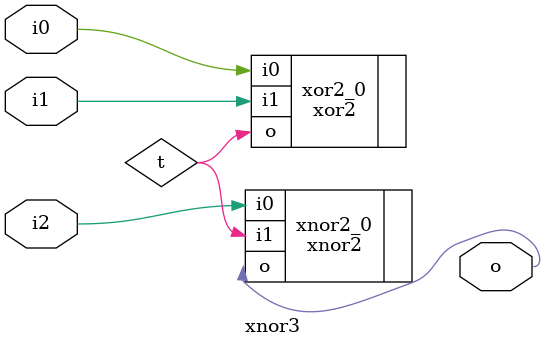
<source format=v>
module xnor3 (
    input wire i0,       // in operand i0
    input wire i1,       // in operand i1
    input wire i2,       // in operand i2
    
    output wire o        // out signal o
);

    wire t;

    xor2 xor2_0 (
        .i0(i0),
        .i1(i1),
        .o(t)
    ); // Module

    xnor2 xnor2_0 (
        .i0(i2),
        .i1(t),
        .o(o)
    ); // Module

endmodule
</source>
